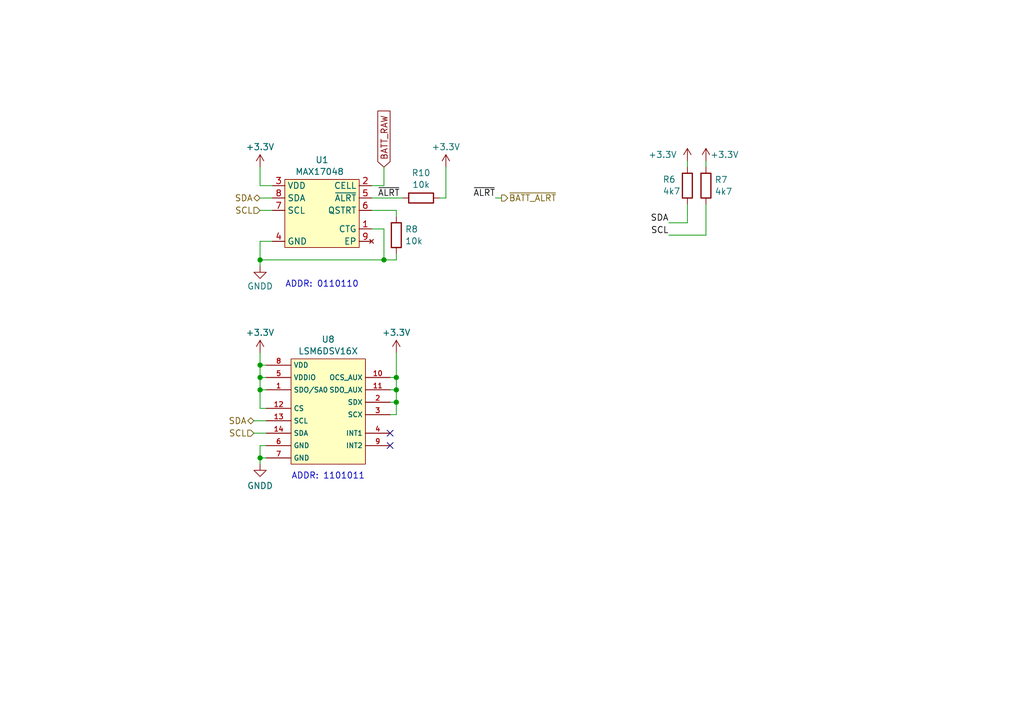
<source format=kicad_sch>
(kicad_sch (version 20231120) (generator "eeschema") (generator_version "8.0")
  (paper "A5")
  (lib_symbols
    (symbol "0.power-symbols:+3.3V" (power) (pin_names (offset 0))
      (property "Value" "+3.3V" (at 0 3.556 0))
      (symbol "+3.3V_0_1"
        (polyline (pts (xy -0.762 1.27) (xy 0 2.54)))
        (polyline (pts (xy 0 0) (xy 0 2.54)))
        (polyline (pts (xy 0 2.54) (xy 0.762 1.27)))
      )
      (symbol "+3.3V_1_1"
        (pin power_in line (at 0 0 90) (length 0) hide (name "+3V3") (number "1"))
      )
    )
    (symbol "0.power-symbols:GNDD" (power) (pin_names (offset 0))
      (property "Value" "GNDD" (at 0 -3.81 0))
      (symbol "GNDD_0_1"
        (polyline (pts (xy 0 0) (xy 0 -1.27) (xy 1.27 -1.27) (xy 0 -2.54) (xy -1.27 -1.27) (xy 0 -1.27)))
      )
      (symbol "GNDD_1_1"
        (pin power_in line (at 0 0 270) (length 0) hide (name "GNDD") (number "1"))
      )
    )
    (symbol "1.semi.ic.sensor:LSM6DSV16X"
      (property "Reference" "U" (at 0 3.81 0))
      (property "Value" "LSM6DSV16X" (at 0 1.27 0))
      (symbol "LSM6DSV16X_0_0"
        (pin input line (at -12.7 -10.16 0) (length 5.08) (name "CS") (number "12"))
        (pin bidirectional line (at -12.7 -15.24 0) (length 5.08) (name "SDA") (number "14"))
        (pin output line (at 12.7 -15.24 180) (length 5.08) (name "INT1") (number "4"))
        (pin power_in line (at -12.7 -3.81 0) (length 5.08) (name "VDDIO") (number "5"))
        (pin power_in line (at -12.7 -1.27 0) (length 5.08) (name "VDD") (number "8"))
        (pin output line (at 12.7 -17.78 180) (length 5.08) (name "INT2") (number "9"))
      )
      (symbol "LSM6DSV16X_1_0"
        (pin input line (at -12.7 -6.35 0) (length 5.08) (name "SDO/SA0") (number "1"))
        (pin passive line (at 12.7 -3.81 180) (length 5.08) (name "OCS_AUX") (number "10"))
        (pin passive line (at 12.7 -6.35 180) (length 5.08) (name "SDO_AUX") (number "11"))
        (pin input line (at -12.7 -12.7 0) (length 5.08) (name "SCL") (number "13"))
        (pin passive line (at 12.7 -8.89 180) (length 5.08) (name "SDX") (number "2"))
        (pin passive line (at 12.7 -11.43 180) (length 5.08) (name "SCX") (number "3"))
        (pin power_in line (at -12.7 -17.78 0) (length 5.08) (name "GND") (number "6"))
        (pin power_in line (at -12.7 -20.32 0) (length 5.08) (name "GND") (number "7"))
      )
      (symbol "LSM6DSV16X_1_1"
        (rectangle (start -7.62 0) (end 7.62 -21.59) (fill (type background)))
      )
    )
    (symbol "1.semi.ic.sensor:MAX17048"
      (property "Reference" "U" (at 0 2.54 0))
      (property "Value" "MAX17048 " (at 0 0.635 0))
      (symbol "MAX17048_1_1"
        (rectangle (start -7.62 0) (end 7.62 -13.97) (fill (type background)))
        (pin passive line (at 10.16 -10.16 180) (length 2.54) (name "CTG") (number "1"))
        (pin passive line (at 10.16 -1.27 180) (length 2.54) (name "CELL") (number "2"))
        (pin power_in line (at -10.16 -1.27 0) (length 2.54) (name "VDD") (number "3"))
        (pin power_in line (at -10.16 -12.7 0) (length 2.54) (name "GND") (number "4"))
        (pin passive line (at 10.16 -3.81 180) (length 2.54) (name "~{ALRT}") (number "5"))
        (pin passive line (at 10.16 -6.35 180) (length 2.54) (name "QSTRT") (number "6"))
        (pin input line (at -10.16 -6.35 0) (length 2.54) (name "SCL") (number "7"))
        (pin bidirectional line (at -10.16 -3.81 0) (length 2.54) (name "SDA") (number "8"))
        (pin no_connect line (at 10.16 -12.7 180) (length 2.54) (name "EP") (number "9"))
      )
    )
    (symbol "2.passive:R" (pin_numbers hide) (pin_names (offset 0))
      (property "Reference" "R" (at 2.032 0 90))
      (property "Value" "R" (at 0 0 90))
      (symbol "R_0_1"
        (rectangle (start -1.016 -2.54) (end 1.016 2.54) (stroke (width 0.254)))
      )
      (symbol "R_1_1"
        (pin passive line (at 0 3.81 270) (length 1.27) (name "~") (number "1"))
        (pin passive line (at 0 -3.81 90) (length 1.27) (name "~") (number "2"))
      )
    )
  )
  (junction (at 53.34 93.98))
  (junction (at 81.28 77.47))
  (junction (at 53.34 53.34))
  (junction (at 53.34 77.47))
  (junction (at 81.28 80.01))
  (junction (at 53.34 74.93))
  (junction (at 53.34 80.01))
  (junction (at 81.28 82.55))
  (junction (at 78.74 53.34))
  (no_connect (at 80.01 88.9))
  (no_connect (at 80.01 91.44))
  (wire (pts (xy 76.2 40.64) (xy 82.55 40.64)))
  (wire (pts (xy 76.2 46.99) (xy 78.74 46.99)))
  (wire (pts (xy 53.34 74.93) (xy 53.34 77.47)))
  (wire (pts (xy 81.28 43.18) (xy 76.2 43.18)))
  (wire (pts (xy 53.34 74.93) (xy 54.61 74.93)))
  (wire (pts (xy 54.61 80.01) (xy 53.34 80.01)))
  (wire (pts (xy 54.61 91.44) (xy 53.34 91.44)))
  (wire (pts (xy 53.34 49.53) (xy 55.88 49.53)))
  (wire (pts (xy 53.34 53.34) (xy 53.34 54.61)))
  (wire (pts (xy 53.34 83.82) (xy 53.34 80.01)))
  (wire (pts (xy 53.34 80.01) (xy 53.34 77.47)))
  (wire (pts (xy 52.07 88.9) (xy 54.61 88.9)))
  (wire (pts (xy 140.97 45.72) (xy 140.97 41.91)))
  (wire (pts (xy 91.44 34.29) (xy 91.44 40.64)))
  (wire (pts (xy 144.78 48.26) (xy 144.78 41.91)))
  (wire (pts (xy 53.34 91.44) (xy 53.34 93.98)))
  (wire (pts (xy 53.34 93.98) (xy 53.34 95.25)))
  (wire (pts (xy 53.34 93.98) (xy 54.61 93.98)))
  (wire (pts (xy 81.28 72.39) (xy 81.28 77.47)))
  (wire (pts (xy 144.78 33.02) (xy 144.78 34.29)))
  (wire (pts (xy 91.44 40.64) (xy 90.17 40.64)))
  (wire (pts (xy 78.74 38.1) (xy 76.2 38.1)))
  (wire (pts (xy 52.07 86.36) (xy 54.61 86.36)))
  (wire (pts (xy 101.6 40.64) (xy 102.87 40.64)))
  (wire (pts (xy 78.74 46.99) (xy 78.74 53.34)))
  (wire (pts (xy 81.28 44.45) (xy 81.28 43.18)))
  (wire (pts (xy 53.34 72.39) (xy 53.34 74.93)))
  (wire (pts (xy 78.74 34.29) (xy 78.74 38.1)))
  (wire (pts (xy 137.16 48.26) (xy 144.78 48.26)))
  (wire (pts (xy 81.28 77.47) (xy 80.01 77.47)))
  (wire (pts (xy 80.01 80.01) (xy 81.28 80.01)))
  (wire (pts (xy 53.34 38.1) (xy 55.88 38.1)))
  (wire (pts (xy 78.74 53.34) (xy 53.34 53.34)))
  (wire (pts (xy 80.01 85.09) (xy 81.28 85.09)))
  (wire (pts (xy 81.28 53.34) (xy 81.28 52.07)))
  (wire (pts (xy 81.28 82.55) (xy 81.28 80.01)))
  (wire (pts (xy 137.16 45.72) (xy 140.97 45.72)))
  (wire (pts (xy 53.34 34.29) (xy 53.34 38.1)))
  (wire (pts (xy 81.28 85.09) (xy 81.28 82.55)))
  (wire (pts (xy 81.28 80.01) (xy 81.28 77.47)))
  (wire (pts (xy 140.97 33.02) (xy 140.97 34.29)))
  (wire (pts (xy 53.34 40.64) (xy 55.88 40.64)))
  (wire (pts (xy 53.34 49.53) (xy 53.34 53.34)))
  (wire (pts (xy 81.28 53.34) (xy 78.74 53.34)))
  (wire (pts (xy 80.01 82.55) (xy 81.28 82.55)))
  (wire (pts (xy 53.34 43.18) (xy 55.88 43.18)))
  (wire (pts (xy 54.61 83.82) (xy 53.34 83.82)))
  (wire (pts (xy 53.34 77.47) (xy 54.61 77.47)))
  (text "ADDR: 1101011" (at 67.31 97.79 0) (effects (font (size 1.27 1.27))))
  (text "ADDR: 0110110" (at 66.04 58.42 0) (effects (font (size 1.27 1.27))))
  (label "~{ALRT}" (at 77.47 40.64 0))
  (label "SCL" (at 137.16 48.26 180))
  (label "SDA" (at 137.16 45.72 180))
  (label "~{ALRT}" (at 101.6 40.64 180))
  (global_label "BATT_RAW" (shape input) (at 78.74 34.29 90) (property "Intersheetrefs" "${INTERSHEET_REFS}" (effects (hide yes))))
  (hierarchical_label "~{BATT_ALRT}" (shape output) (at 102.87 40.64 0))
  (hierarchical_label "SDA" (shape bidirectional) (at 53.34 40.64 180))
  (hierarchical_label "SCL" (shape input) (at 52.07 88.9 180))
  (hierarchical_label "SDA" (shape bidirectional) (at 52.07 86.36 180))
  (hierarchical_label "SCL" (shape input) (at 53.34 43.18 180))
  (symbol (lib_id "0.power-symbols:+3.3V") (at 140.97 33.02 0) (unit 1)
    (property "Reference" "#PWR021" (effects (hide yes)))
    (property "Value" "+3.3V" (at 135.89 31.75 0))
  )
  (symbol (lib_id "2.passive:R") (at 86.36 40.64 270) (unit 1)
    (property "Reference" "R10" (at 86.36 35.4795 90))
    (property "Value" "10k" (at 86.36 37.9038 90))
    (property "Footprint" "2_Passives_Resistors_SMD_IPC:R_1608_603_B" (effects (hide yes)))
    (property "Description" "Resistor" (effects (hide yes)))
    (property "PN" "1,2" (effects (hide yes)))
    (property "MPN" "C5123581" (effects (hide yes)))
  )
  (symbol (lib_id "2.passive:R") (at 140.97 38.1 0) (unit 1)
    (property "Reference" "R6" (at 135.89 36.83 0) (effects (justify left)))
    (property "Value" "4k7" (at 135.89 39.2543 0) (effects (justify left)))
    (property "Footprint" "2_Passives_Resistors_SMD_IPC:R_1608_603_B" (effects (hide yes)))
    (property "Description" "Resistor" (effects (hide yes)))
    (property "PN" "1,6" (effects (hide yes)))
    (property "MPN" "C2984421" (effects (hide yes)))
  )
  (symbol (lib_id "0.power-symbols:+3.3V") (at 144.78 33.02 0) (unit 1)
    (property "Reference" "#PWR022" (effects (hide yes)))
    (property "Value" "+3.3V" (at 148.59 31.75 0))
  )
  (symbol (lib_id "0.power-symbols:+3.3V") (at 53.34 72.39 0) (unit 1)
    (property "Reference" "#PWR030" (effects (hide yes)))
    (property "Value" "+3.3V" (at 53.34 68.2569 0))
  )
  (symbol (lib_id "1.semi.ic.sensor:LSM6DSV16X") (at 67.31 73.66 0) (unit 1)
    (property "Reference" "U8" (at 67.31 69.6425 0))
    (property "Value" "LSM6DSV16X" (at 67.31 72.0668 0))
    (property "Footprint" "footprint:PQFN50P250X300X86-14N" (effects (hide yes)))
    (property "MPN" "DIGI" (effects (hide yes)))
  )
  (symbol (lib_id "0.power-symbols:GNDD") (at 53.34 95.25 0) (unit 1)
    (property "Reference" "#PWR038" (effects (hide yes)))
    (property "Value" "GNDD" (at 53.34 99.6934 0))
  )
  (symbol (lib_id "0.power-symbols:+3.3V") (at 81.28 72.39 0) (unit 1)
    (property "Reference" "#PWR073" (effects (hide yes)))
    (property "Value" "+3.3V" (at 81.28 68.2569 0))
  )
  (symbol (lib_id "0.power-symbols:+3.3V") (at 53.34 34.29 0) (unit 1)
    (property "Reference" "#PWR025" (effects (hide yes)))
    (property "Value" "+3.3V" (at 53.34 30.1569 0))
  )
  (symbol (lib_id "2.passive:R") (at 81.28 48.26 0) (unit 1)
    (property "Reference" "R8" (at 83.058 47.0478 0) (effects (justify left)))
    (property "Value" "10k" (at 83.058 49.4721 0) (effects (justify left)))
    (property "Footprint" "2_Passives_Resistors_SMD_IPC:R_1608_603_B" (effects (hide yes)))
    (property "Description" "Resistor" (effects (hide yes)))
    (property "PN" "1,2" (effects (hide yes)))
    (property "MPN" "C5123581" (effects (hide yes)))
  )
  (symbol (lib_id "1.semi.ic.sensor:MAX17048") (at 66.04 36.83 0) (unit 1)
    (property "Reference" "U1" (at 66.04 32.8125 0))
    (property "Value" "MAX17048 " (at 66.04 35.2368 0))
    (property "Footprint" "1_Semi_QFN:DFN-8-1EP_2x2mm_P0.5mm_EP0.9x1.5mm" (effects (hide yes)))
    (property "PN" "4,17" (effects (hide yes)))
    (property "MPN" "C2682616" (effects (hide yes)))
  )
  (symbol (lib_id "2.passive:R") (at 144.78 38.1 0) (unit 1)
    (property "Reference" "R7" (at 146.558 36.8878 0) (effects (justify left)))
    (property "Value" "4k7" (at 146.558 39.3121 0) (effects (justify left)))
    (property "Footprint" "2_Passives_Resistors_SMD_IPC:R_1608_603_B" (effects (hide yes)))
    (property "Description" "Resistor" (effects (hide yes)))
    (property "PN" "1,6" (effects (hide yes)))
    (property "MPN" "C2984421" (effects (hide yes)))
  )
  (symbol (lib_id "0.power-symbols:+3.3V") (at 91.44 34.29 0) (unit 1)
    (property "Reference" "#PWR026" (effects (hide yes)))
    (property "Value" "+3.3V" (at 91.44 30.1569 0))
  )
  (symbol (lib_id "0.power-symbols:GNDD") (at 53.34 54.61 0) (unit 1)
    (property "Reference" "#PWR024" (effects (hide yes)))
    (property "Value" "GNDD" (at 53.34 58.7431 0))
  )
)
</source>
